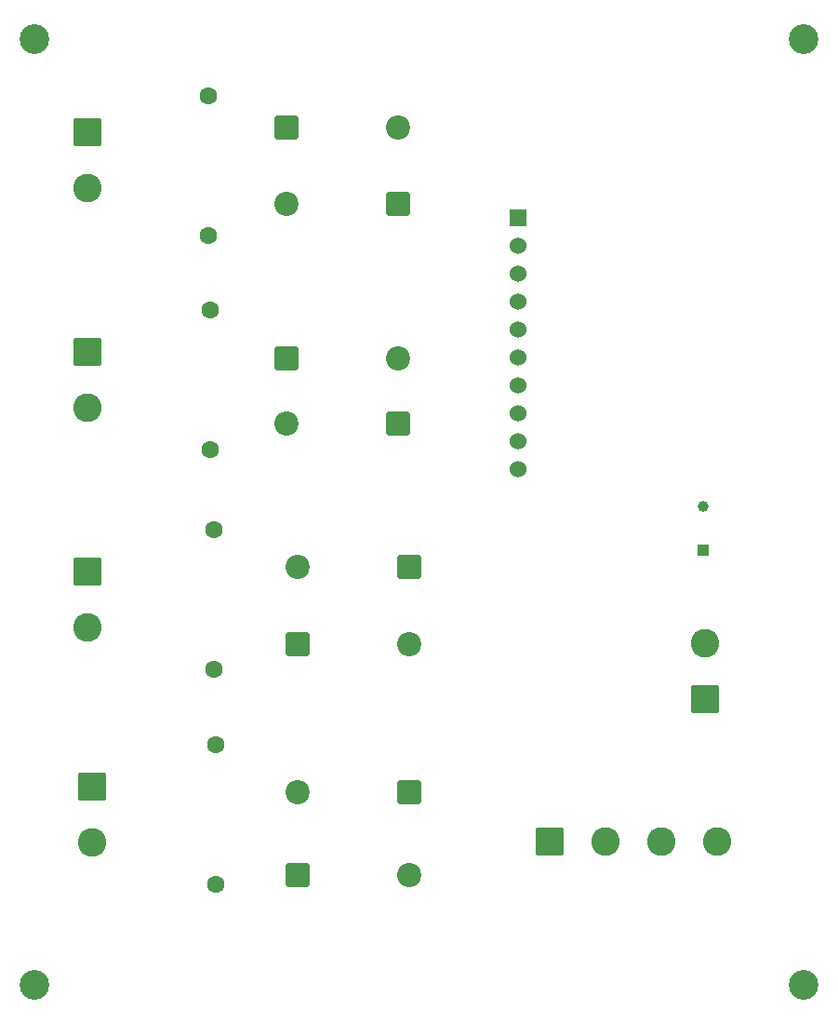
<source format=gbr>
%TF.GenerationSoftware,KiCad,Pcbnew,9.0.3*%
%TF.CreationDate,2025-07-29T12:02:24-04:00*%
%TF.ProjectId,resonet_board_square.kicad_pro,7265736f-6e65-4745-9f62-6f6172645f73,rev?*%
%TF.SameCoordinates,Original*%
%TF.FileFunction,Soldermask,Bot*%
%TF.FilePolarity,Negative*%
%FSLAX46Y46*%
G04 Gerber Fmt 4.6, Leading zero omitted, Abs format (unit mm)*
G04 Created by KiCad (PCBNEW 9.0.3) date 2025-07-29 12:02:24*
%MOMM*%
%LPD*%
G01*
G04 APERTURE LIST*
G04 Aperture macros list*
%AMRoundRect*
0 Rectangle with rounded corners*
0 $1 Rounding radius*
0 $2 $3 $4 $5 $6 $7 $8 $9 X,Y pos of 4 corners*
0 Add a 4 corners polygon primitive as box body*
4,1,4,$2,$3,$4,$5,$6,$7,$8,$9,$2,$3,0*
0 Add four circle primitives for the rounded corners*
1,1,$1+$1,$2,$3*
1,1,$1+$1,$4,$5*
1,1,$1+$1,$6,$7*
1,1,$1+$1,$8,$9*
0 Add four rect primitives between the rounded corners*
20,1,$1+$1,$2,$3,$4,$5,0*
20,1,$1+$1,$4,$5,$6,$7,0*
20,1,$1+$1,$6,$7,$8,$9,0*
20,1,$1+$1,$8,$9,$2,$3,0*%
G04 Aperture macros list end*
%ADD10C,2.600000*%
%ADD11RoundRect,0.250000X-1.050000X1.050000X-1.050000X-1.050000X1.050000X-1.050000X1.050000X1.050000X0*%
%ADD12C,2.700000*%
%ADD13C,1.600000*%
%ADD14RoundRect,0.249999X-0.850001X-0.850001X0.850001X-0.850001X0.850001X0.850001X-0.850001X0.850001X0*%
%ADD15C,2.200000*%
%ADD16RoundRect,0.249999X0.850001X0.850001X-0.850001X0.850001X-0.850001X-0.850001X0.850001X-0.850001X0*%
%ADD17R,1.000000X1.000000*%
%ADD18R,1.524000X1.524000*%
%ADD19C,1.524000*%
%ADD20C,1.000000*%
%ADD21RoundRect,0.250000X1.050000X-1.050000X1.050000X1.050000X-1.050000X1.050000X-1.050000X-1.050000X0*%
%ADD22RoundRect,0.250000X-1.050000X-1.050000X1.050000X-1.050000X1.050000X1.050000X-1.050000X1.050000X0*%
G04 APERTURE END LIST*
D10*
X59827500Y-84535000D03*
D11*
X59827500Y-79455000D03*
D10*
X59827500Y-104535000D03*
D11*
X59827500Y-99455000D03*
D10*
X59827500Y-64535000D03*
D11*
X59827500Y-59455000D03*
D10*
X60172500Y-124080000D03*
D11*
X60172500Y-119000000D03*
D12*
X125000000Y-137000000D03*
X55000000Y-137000000D03*
X125000000Y-51000000D03*
X55000000Y-51000000D03*
D13*
X71000000Y-75650000D03*
X71000000Y-88350000D03*
X71500000Y-127850000D03*
X71500000Y-115150000D03*
D14*
X77920000Y-59000000D03*
D15*
X88080000Y-59000000D03*
D16*
X88080000Y-86000000D03*
D15*
X77920000Y-86000000D03*
D13*
X71327500Y-95650000D03*
X71327500Y-108350000D03*
D14*
X78920000Y-106000000D03*
D15*
X89080000Y-106000000D03*
D14*
X77920000Y-80000000D03*
D15*
X88080000Y-80000000D03*
D17*
X115827500Y-97455000D03*
D16*
X89080000Y-99000000D03*
D15*
X78920000Y-99000000D03*
D14*
X78920000Y-127000000D03*
D15*
X89080000Y-127000000D03*
D13*
X70827500Y-68885000D03*
X70827500Y-56185000D03*
D16*
X89080000Y-119500000D03*
D15*
X78920000Y-119500000D03*
D18*
X99000000Y-67220000D03*
D19*
X99000000Y-69760000D03*
X99000000Y-72300000D03*
X99000000Y-74840000D03*
X99000000Y-77380000D03*
X99000000Y-79920000D03*
X99000000Y-82460000D03*
X99000000Y-85000000D03*
X99000000Y-87540000D03*
X99000000Y-90080000D03*
D20*
X115827500Y-93455000D03*
D16*
X88080000Y-66000000D03*
D15*
X77920000Y-66000000D03*
D21*
X116000000Y-111000000D03*
D10*
X116000000Y-105920000D03*
D22*
X101840000Y-124000000D03*
D10*
X106920000Y-124000000D03*
X112000000Y-124000000D03*
X117080000Y-124000000D03*
M02*

</source>
